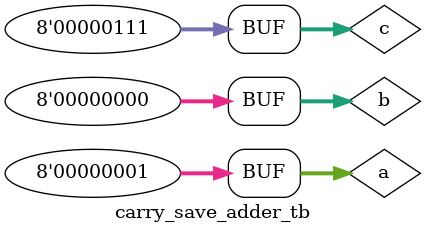
<source format=v>
`include "carry-save-adder.v"

module carry_save_adder_tb;

reg [7:0] a, b, c;
wire [7:0] s, cout;

carry_save_adder dut
(
    a, b, c, s, cout
);
defparam dut.WIDTH = 8;

initial
begin
    $dumpfile("./build/rtl-sim/vcd/carry-save-adder.vcd");
    $dumpvars;
end

initial
begin
    a = 12;
    b = 33;
    c = 1;
    #100;
    a = 1;
    b = 23;
    c = 0;
    #100;
    a = 1;
    b = 0;
    c = 7;
    #100;
end

endmodule


</source>
